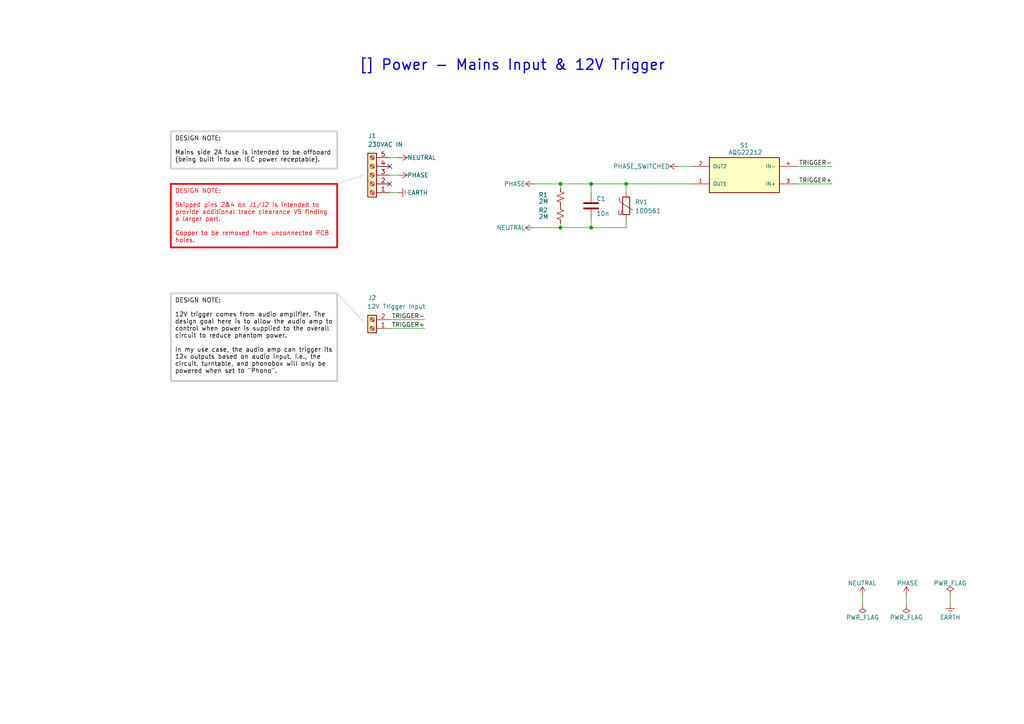
<source format=kicad_sch>
(kicad_sch (version 20250114) (generator "eeschema") (generator_version "9.0")
  (paper "A4")
  (title_block (title "Power - Mains Input & 12V Trigger") (date "2025-07-13") (rev "1.2") (company "Wattle Labs"))
  (lib_symbols
    (symbol "Connector:Screw_Terminal_01x02" (pin_names (offset 1.016) (hide yes))
      (property "Reference" "J" (at 0 2.54 0))
      (property "Value" "Screw_Terminal_01x02" (at 0 -5.08 0))
      (symbol "Screw_Terminal_01x02_1_1"
        (rectangle (start -1.27 1.27) (end 1.27 -3.81) (stroke (width 0.254)) (fill (type background)))
        (polyline (pts (xy -0.5334 0.3302) (xy 0.3302 -0.508)) (stroke (width 0.1524)))
        (polyline (pts (xy -0.5334 -2.2098) (xy 0.3302 -3.048)) (stroke (width 0.1524)))
        (polyline (pts (xy -0.3556 0.508) (xy 0.508 -0.3302)) (stroke (width 0.1524)))
        (polyline (pts (xy -0.3556 -2.032) (xy 0.508 -2.8702)) (stroke (width 0.1524)))
        (circle (center 0 0) (radius 0.635) (stroke (width 0.1524)))
        (circle (center 0 -2.54) (radius 0.635) (stroke (width 0.1524)))
        (pin passive line (at -5.08 0 0) (length 3.81) (name "Pin_1") (number "1"))
        (pin passive line (at -5.08 -2.54 0) (length 3.81) (name "Pin_2") (number "2"))
      )
    )
    (symbol "Connector:Screw_Terminal_01x05" (pin_names (offset 1.016) (hide yes))
      (property "Reference" "J" (at 0 7.62 0))
      (property "Value" "Screw_Terminal_01x05" (at 0 -7.62 0))
      (symbol "Screw_Terminal_01x05_1_1"
        (rectangle (start -1.27 6.35) (end 1.27 -6.35) (stroke (width 0.254)) (fill (type background)))
        (polyline (pts (xy -0.5334 5.4102) (xy 0.3302 4.572)) (stroke (width 0.1524)))
        (polyline (pts (xy -0.5334 2.8702) (xy 0.3302 2.032)) (stroke (width 0.1524)))
        (polyline (pts (xy -0.5334 0.3302) (xy 0.3302 -0.508)) (stroke (width 0.1524)))
        (polyline (pts (xy -0.5334 -2.2098) (xy 0.3302 -3.048)) (stroke (width 0.1524)))
        (polyline (pts (xy -0.5334 -4.7498) (xy 0.3302 -5.588)) (stroke (width 0.1524)))
        (polyline (pts (xy -0.3556 5.588) (xy 0.508 4.7498)) (stroke (width 0.1524)))
        (polyline (pts (xy -0.3556 3.048) (xy 0.508 2.2098)) (stroke (width 0.1524)))
        (polyline (pts (xy -0.3556 0.508) (xy 0.508 -0.3302)) (stroke (width 0.1524)))
        (polyline (pts (xy -0.3556 -2.032) (xy 0.508 -2.8702)) (stroke (width 0.1524)))
        (polyline (pts (xy -0.3556 -4.572) (xy 0.508 -5.4102)) (stroke (width 0.1524)))
        (circle (center 0 5.08) (radius 0.635) (stroke (width 0.1524)))
        (circle (center 0 2.54) (radius 0.635) (stroke (width 0.1524)))
        (circle (center 0 0) (radius 0.635) (stroke (width 0.1524)))
        (circle (center 0 -2.54) (radius 0.635) (stroke (width 0.1524)))
        (circle (center 0 -5.08) (radius 0.635) (stroke (width 0.1524)))
        (pin passive line (at -5.08 5.08 0) (length 3.81) (name "Pin_1") (number "1"))
        (pin passive line (at -5.08 2.54 0) (length 3.81) (name "Pin_2") (number "2"))
        (pin passive line (at -5.08 0 0) (length 3.81) (name "Pin_3") (number "3"))
        (pin passive line (at -5.08 -2.54 0) (length 3.81) (name "Pin_4") (number "4"))
        (pin passive line (at -5.08 -5.08 0) (length 3.81) (name "Pin_5") (number "5"))
      )
    )
    (symbol "Device:C" (pin_numbers (hide yes)) (pin_names (offset 0.254))
      (property "Reference" "C" (at 0.635 2.54 0))
      (property "Value" "C" (at 0.635 -2.54 0))
      (symbol "C_0_1"
        (polyline (pts (xy -2.032 0.762) (xy 2.032 0.762)) (stroke (width 0.508)))
        (polyline (pts (xy -2.032 -0.762) (xy 2.032 -0.762)) (stroke (width 0.508)))
      )
      (symbol "C_1_1"
        (pin passive line (at 0 3.81 270) (length 2.794) (name "~") (number "1"))
        (pin passive line (at 0 -3.81 90) (length 2.794) (name "~") (number "2"))
      )
    )
    (symbol "Device:R_Small_US" (pin_numbers (hide yes)) (pin_names (offset 0.254) (hide yes))
      (property "Reference" "R" (at 0.762 0.508 0))
      (property "Value" "R_Small_US" (at 0.762 -1.016 0))
      (symbol "R_Small_US_1_1"
        (polyline (pts (xy 0 1.524) (xy 1.016 1.143) (xy 0 0.762) (xy -1.016 0.381) (xy 0 0)))
        (polyline (pts (xy 0 0) (xy 1.016 -0.381) (xy 0 -0.762) (xy -1.016 -1.143) (xy 0 -1.524)))
        (pin passive line (at 0 2.54 270) (length 1.016) (name "~") (number "1"))
        (pin passive line (at 0 -2.54 90) (length 1.016) (name "~") (number "2"))
      )
    )
    (symbol "Device:Varistor" (pin_numbers (hide yes)) (pin_names (offset 0))
      (property "Reference" "RV" (at 3.175 0 90))
      (property "Value" "Varistor" (at -3.175 0 90))
      (symbol "Varistor_0_0"
        (text "U" (at -1.778 -2.032 0) (effects (font (size 1.27 1.27))))
      )
      (symbol "Varistor_0_1"
        (polyline (pts (xy -1.905 2.54) (xy -1.905 1.27) (xy 1.905 -1.27)))
        (rectangle (start -1.016 -2.54) (end 1.016 2.54) (stroke (width 0.254)))
      )
      (symbol "Varistor_1_1"
        (pin passive line (at 0 3.81 270) (length 1.27) (name "~") (number "1"))
        (pin passive line (at 0 -3.81 90) (length 1.27) (name "~") (number "2"))
      )
    )
    (symbol "Wattle_Relays:AQG22212" (pin_names (offset 1.016))
      (property "Reference" "S" (at -10.16 5.588 0))
      (property "Value" "AQG22212" (at -10.16 -7.62 0))
      (symbol "AQG22212_0_0"
        (pin input line (at -15.24 2.54 0) (length 5.08) (name "IN+") (number "3"))
        (pin input line (at -15.24 -2.54 0) (length 5.08) (name "IN-") (number "4"))
      )
      (symbol "AQG22212_1_0"
        (rectangle (start -10.16 5.08) (end 10.16 -5.08) (stroke (width 0.254)) (fill (type background)))
        (pin power_in line (at 15.24 2.54 180) (length 5.08) (name "OUT1") (number "1"))
        (pin power_out line (at 15.24 -2.54 180) (length 5.08) (name "OUT2") (number "2"))
      )
    )
    (symbol "power:Earth" (power) (pin_numbers (hide yes)) (pin_names (offset 0) (hide yes))
      (property "Value" "Earth" (at 0 -3.81 0))
      (symbol "Earth_0_1"
        (polyline (pts (xy -0.635 -1.905) (xy 0.635 -1.905)))
        (polyline (pts (xy -0.127 -2.54) (xy 0.127 -2.54)))
        (polyline (pts (xy 0 -1.27) (xy 0 0)))
        (polyline (pts (xy 1.27 -1.27) (xy -1.27 -1.27)))
      )
      (symbol "Earth_1_1"
        (pin power_in line (at 0 0 270) (length 0) (name "~") (number "1"))
      )
    )
    (symbol "power:LINE" (power) (pin_numbers (hide yes)) (pin_names (offset 0) (hide yes))
      (property "Value" "LINE" (at 0 3.556 0))
      (symbol "LINE_0_1"
        (polyline (pts (xy -0.762 1.27) (xy 0 2.54)))
        (polyline (pts (xy 0 2.54) (xy 0.762 1.27)))
        (polyline (pts (xy 0 0) (xy 0 2.54)))
      )
      (symbol "LINE_1_1"
        (pin power_in line (at 0 0 90) (length 0) (name "~") (number "1"))
      )
    )
    (symbol "power:NEUT" (power) (pin_numbers (hide yes)) (pin_names (offset 0) (hide yes))
      (property "Value" "NEUT" (at 0 3.556 0))
      (symbol "NEUT_0_1"
        (polyline (pts (xy -0.762 1.27) (xy 0 2.54)))
        (polyline (pts (xy 0 2.54) (xy 0.762 1.27)))
        (polyline (pts (xy 0 0) (xy 0 2.54)))
      )
      (symbol "NEUT_1_1"
        (pin power_in line (at 0 0 90) (length 0) (name "~") (number "1"))
      )
    )
    (symbol "power:PWR_FLAG" (power) (pin_numbers (hide yes)) (pin_names (offset 0) (hide yes))
      (property "Value" "PWR_FLAG" (at 0 3.81 0))
      (symbol "PWR_FLAG_0_0"
        (pin power_out line (at 0 0 90) (length 0) (name "~") (number "1"))
      )
      (symbol "PWR_FLAG_0_1"
        (polyline (pts (xy 0 0) (xy 0 1.27) (xy -1.016 1.905) (xy 0 2.54) (xy 1.016 1.905) (xy 0 1.27)))
      )
    )
  )
  (text_box "DESIGN NOTE:\n\nSkipped pins 2&4 on J1/J2 is intended to provide additional trace clearance VS finding a larger part.\n\nCopper to be removed from unconnected PCB holes." (at 49.53 53.34 0) (size 48.26 18.415) (margins 1.2025 1.2025 1.2025 1.2025) (stroke (width 0.5) (color 255 0 0 1)) (effects (font (size 1.27 1.27) (thickness 0.1588)) (justify left top)))
  (text_box "[${#}] ${TITLE}" (at 12.065 12.065 0) (size 273.05 13.335) (margins 2.2499 2.2499 2.2499 2.2499) (stroke (width -0.0001)) (effects (font (size 3 3) (thickness 0.375))))
  (text_box "DESIGN NOTE:\n\n12V trigger comes from audio amplifier. The design goal here is to allow the audio amp to control when power is supplied to the overall circuit to reduce phantom power.\n\nIn my use case, the audio amp can trigger its 12v outputs based on audio input. I.e., the circuit, turntable, and phonobox will only be powered when set to \"Phono\".\n" (at 49.53 85.09 0) (size 48.26 25.4) (margins 1.2025 1.2025 1.2025 1.2025) (stroke (width 0.5) (color 200 200 200 1)) (effects (font (size 1.27 1.27)) (justify left top)))
  (text_box "DESIGN NOTE:\n\nMains side 2A fuse is intended to be offboard (being built into an IEC power receptable)." (at 49.53 38.1 0) (size 48.26 10.795) (margins 1.2025 1.2025 1.2025 1.2025) (stroke (width 0.5) (color 200 200 200 1)) (effects (font (size 1.27 1.27)) (justify left top)))
  (junction (at 171.45 66.04))
  (junction (at 162.56 66.04))
  (junction (at 162.56 53.34))
  (junction (at 171.45 53.34))
  (junction (at 181.61 53.34))
  (no_connect (at 113.03 53.34))
  (no_connect (at 113.03 48.26))
  (wire (pts (xy 171.45 53.34) (xy 181.61 53.34)))
  (wire (pts (xy 171.45 66.04) (xy 181.61 66.04)))
  (polyline (pts (xy 97.79 53.34) (xy 105.41 50.8)) (stroke (width 0) (type dot)))
  (wire (pts (xy 113.03 92.71) (xy 123.19 92.71)))
  (wire (pts (xy 181.61 53.34) (xy 200.66 53.34)))
  (wire (pts (xy 250.19 172.72) (xy 250.19 175.26)))
  (wire (pts (xy 115.57 50.8) (xy 113.03 50.8)))
  (wire (pts (xy 181.61 53.34) (xy 181.61 55.88)))
  (wire (pts (xy 196.85 48.26) (xy 200.66 48.26)))
  (wire (pts (xy 162.56 53.34) (xy 162.56 54.61)))
  (wire (pts (xy 275.59 172.72) (xy 275.59 175.26)))
  (wire (pts (xy 162.56 66.04) (xy 171.45 66.04)))
  (polyline (pts (xy 97.79 85.09) (xy 105.41 93.345)) (stroke (width 0) (type dot)))
  (wire (pts (xy 162.56 53.34) (xy 171.45 53.34)))
  (wire (pts (xy 262.89 172.72) (xy 262.89 175.26)))
  (wire (pts (xy 231.14 53.34) (xy 241.3 53.34)))
  (wire (pts (xy 171.45 53.34) (xy 171.45 55.88)))
  (wire (pts (xy 115.57 45.72) (xy 113.03 45.72)))
  (wire (pts (xy 162.56 66.04) (xy 162.56 64.77)))
  (wire (pts (xy 113.03 55.88) (xy 115.57 55.88)))
  (wire (pts (xy 231.14 48.26) (xy 241.3 48.26)))
  (wire (pts (xy 181.61 63.5) (xy 181.61 66.04)))
  (wire (pts (xy 113.03 95.25) (xy 123.19 95.25)))
  (wire (pts (xy 154.94 66.04) (xy 162.56 66.04)))
  (wire (pts (xy 171.45 63.5) (xy 171.45 66.04)))
  (wire (pts (xy 154.94 53.34) (xy 162.56 53.34)))
  (label "TRIGGER+" (at 241.3 53.34 180))
  (label "TRIGGER+" (at 123.19 95.25 180))
  (label "TRIGGER-" (at 241.3 48.26 180))
  (label "TRIGGER-" (at 123.19 92.71 180))
  (symbol (lib_id "Connector:Screw_Terminal_01x05") (at 107.95 50.8 180) (unit 1) (in_bom no)
    (property "Reference" "J1" (at 107.95 39.37 0))
    (property "Value" "230VAC IN" (at 111.76 41.91 0))
    (property "Footprint" "Wattle_Connectors:TerminalBlock_1x05_P5.00mm" (effects (hide yes)))
    (property "Description" "Generic screw terminal, single row, 01x05, script generated (kicad-library-utils/schlib/autogen/connector/)" (effects (hide yes)))
    (property "Silkscreen" "230AC IN" (effects (hide yes)))
  )
  (symbol (lib_id "power:LINE") (at 115.57 50.8 270) (unit 1)
    (property "Reference" "#PWR02" (effects (hide yes)))
    (property "Value" "PHASE" (at 118.11 50.8 90) (effects (justify left)))
    (property "Description" "Power symbol creates a global label with name \"LINE\"" (effects (hide yes)))
  )
  (symbol (lib_id "power:NEUT") (at 250.19 172.72 0) (unit 1)
    (property "Reference" "#PWR028" (effects (hide yes)))
    (property "Value" "NEUTRAL" (at 245.872 169.164 0) (effects (justify left)))
    (property "Description" "Power symbol creates a global label with name \"NEUT\"" (effects (hide yes)))
  )
  (symbol (lib_id "Device:R_Small_US") (at 162.56 57.15 0) (unit 1)
    (property "Reference" "R1" (at 156.21 56.515 0) (effects (justify left)))
    (property "Value" "2M" (at 156.21 58.42 0) (effects (justify left)))
    (property "Footprint" "Resistor_SMD:R_2010_5025Metric_Pad1.40x2.65mm_HandSolder" (effects (hide yes)))
    (property "Description" "Resistor, small US symbol" (effects (hide yes)))
    (property "Supplier" "https://www.digikey.co.nz/en/products/detail/koa-speer-electronics-inc/HV732HTTE2004F/10134473" (effects (hide yes)))
    (property "Digikey_PN" "2019-HV732HTTE2004FCT-ND" (effects (hide yes)))
    (property "Purpose" "To drain energy stored in C200 when power is removed (safety should device be unplugged)" (effects (hide yes)))
  )
  (symbol (lib_id "power:NEUT") (at 154.94 66.04 90) (unit 1)
    (property "Reference" "#PWR05" (effects (hide yes)))
    (property "Value" "NEUTRAL" (at 152.4 66.04 90) (effects (justify left)))
    (property "Description" "Power symbol creates a global label with name \"NEUT\"" (effects (hide yes)))
  )
  (symbol (lib_id "Device:R_Small_US") (at 162.56 62.23 0) (unit 1)
    (property "Reference" "R2" (at 156.21 60.96 0) (effects (justify left)))
    (property "Value" "2M" (at 156.21 62.865 0) (effects (justify left)))
    (property "Footprint" "Resistor_SMD:R_2010_5025Metric_Pad1.40x2.65mm_HandSolder" (effects (hide yes)))
    (property "Description" "Resistor, small US symbol" (effects (hide yes)))
    (property "Digikey_PN" "2019-HV732HTTE2004FCT-ND" (effects (hide yes)))
  )
  (symbol (lib_id "Device:C") (at 171.45 59.69 0) (unit 1)
    (property "Reference" "C1" (at 172.974 57.658 0) (effects (justify left)))
    (property "Value" "10n" (at 172.974 61.976 0) (effects (justify left)))
    (property "Footprint" "Capacitor_THT:C_Rect_L18.0mm_W5.0mm_P15.00mm_FKS3_FKP3" (effects (hide yes)))
    (property "Description" "10000 pF Film Capacitor 300V 800V Polypropylene (PP), Metallized Radial" (effects (hide yes)))
    (property "Supplier" "https://www.digikey.co.nz/en/products/detail/vishay-beyschlag-draloric-bc-components/BFC233841103/5386345" (effects (hide yes)))
    (property "Digikey_PN" "BFC233841103-ND" (effects (hide yes)))
    (property "Purpose" "EMI noise suppression" (effects (hide yes)))
  )
  (symbol (lib_id "power:PWR_FLAG") (at 250.19 175.26 180) (unit 1)
    (property "Reference" "#FLG01" (effects (hide yes)))
    (property "Value" "PWR_FLAG" (at 250.19 179.07 0))
    (property "Description" "Special symbol for telling ERC where power comes from" (effects (hide yes)))
  )
  (symbol (lib_id "power:LINE") (at 262.89 172.72 0) (unit 1)
    (property "Reference" "#PWR027" (effects (hide yes)))
    (property "Value" "PHASE" (at 260.096 169.164 0) (effects (justify left)))
    (property "Description" "Power symbol creates a global label with name \"LINE\"" (effects (hide yes)))
  )
  (symbol (lib_id "Connector:Screw_Terminal_01x02") (at 107.95 95.25 180) (unit 1) (in_bom no)
    (property "Reference" "J2" (at 107.95 86.36 0))
    (property "Value" "12V Trigger Input" (at 114.935 88.9 0))
    (property "Footprint" "Wattle_Connectors:TerminalBlock_1x02_P5.00mm" (effects (hide yes)))
    (property "Description" "Generic screw terminal, single row, 01x02, script generated (kicad-library-utils/schlib/autogen/connector/)" (effects (hide yes)))
    (property "Silkscreen" "12V TRIGGER" (effects (hide yes)))
  )
  (symbol (lib_id "power:Earth") (at 115.57 55.88 90) (unit 1)
    (property "Reference" "#PWR03" (effects (hide yes)))
    (property "Value" "EARTH" (at 121.158 55.88 90))
    (property "Description" "Power symbol creates a global label with name \"Earth\"" (effects (hide yes)))
  )
  (symbol (lib_id "power:PWR_FLAG") (at 262.89 175.26 180) (unit 1)
    (property "Reference" "#FLG02" (effects (hide yes)))
    (property "Value" "PWR_FLAG" (at 262.89 179.07 0))
    (property "Description" "Special symbol for telling ERC where power comes from" (effects (hide yes)))
  )
  (symbol (lib_id "Wattle_Relays:AQG22212") (at 215.9 50.8 180) (unit 1)
    (property "Reference" "S1" (at 215.9 42.164 0))
    (property "Value" "AQG22212" (at 216.154 44.196 0))
    (property "Footprint" "Wattle_Relays:AQG22212" (effects (hide yes)))
    (property "Description" "SSR RELAY SPST-NO 2A 75-264V 12V trigger" (effects (hide yes)))
    (property "Digikey_PN" "255-3751-ND" (effects (hide yes)))
  )
  (symbol (lib_id "power:Earth") (at 275.59 175.26 0) (unit 1)
    (property "Reference" "#PWR029" (effects (hide yes)))
    (property "Value" "EARTH" (at 275.59 179.07 0))
    (property "Description" "Power symbol creates a global label with name \"Earth\"" (effects (hide yes)))
  )
  (symbol (lib_id "power:LINE") (at 154.94 53.34 90) (unit 1)
    (property "Reference" "#PWR04" (effects (hide yes)))
    (property "Value" "PHASE" (at 152.4 53.34 90) (effects (justify left)))
    (property "Description" "Power symbol creates a global label with name \"LINE\"" (effects (hide yes)))
  )
  (symbol (lib_id "power:PWR_FLAG") (at 275.59 172.72 0) (unit 1)
    (property "Reference" "#FLG03" (effects (hide yes)))
    (property "Value" "PWR_FLAG" (at 275.59 169.164 0))
    (property "Description" "Special symbol for telling ERC where power comes from" (effects (hide yes)))
  )
  (symbol (lib_id "power:LINE") (at 196.85 48.26 90) (unit 1)
    (property "Reference" "#PWR06" (effects (hide yes)))
    (property "Value" "PHASE_SWITCHED" (at 194.31 48.26 90) (effects (justify left)))
    (property "Description" "Power symbol creates a global label with name \"LINE\"" (effects (hide yes)))
  )
  (symbol (lib_id "Device:Varistor") (at 181.61 59.69 0) (unit 1)
    (property "Reference" "RV1" (at 184.15 58.6132 0) (effects (justify left)))
    (property "Value" "10D561" (at 184.15 61.1532 0) (effects (justify left)))
    (property "Footprint" "Varistor:RV_Disc_D12mm_W6.1mm_P7.5mm" (effects (hide yes)))
    (property "Description" "Voltage dependent resistor" (effects (hide yes)))
    (property "Sim.Name" "kicad_builtin_varistor" (effects (hide yes)))
    (property "Sim.Device" "SUBCKT" (effects (hide yes)))
    (property "Sim.Pins" "1=A 2=B" (effects (hide yes)))
    (property "Sim.Params" "threshold=1k" (effects (hide yes)))
    (property "Sim.Library" "${KICAD7_SYMBOL_DIR}/Simulation_SPICE.sp" (effects (hide yes)))
    (property "Supplier" "https://www.digikey.co.nz/en/products/detail/bourns-inc/MOV-10D561K/2407569" (effects (hide yes)))
    (property "Digikey_PN" "118-MOV-10D561K-ND" (effects (hide yes)))
  )
  (symbol (lib_id "power:NEUT") (at 115.57 45.72 270) (unit 1)
    (property "Reference" "#PWR01" (effects (hide yes)))
    (property "Value" "NEUTRAL" (at 118.11 45.72 90) (effects (justify left)))
    (property "Description" "Power symbol creates a global label with name \"NEUT\"" (effects (hide yes)))
  )
)
</source>
